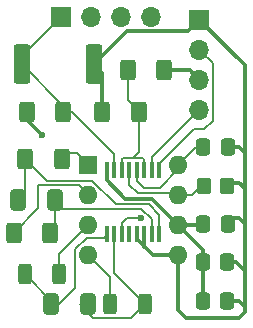
<source format=gtl>
G04 #@! TF.GenerationSoftware,KiCad,Pcbnew,8.0.4*
G04 #@! TF.CreationDate,2024-07-24T14:50:23+09:00*
G04 #@! TF.ProjectId,VR-Conditioner-MAX9926+reg,56522d43-6f6e-4646-9974-696f6e65722d,3.7*
G04 #@! TF.SameCoordinates,PX68c4118PY713e7a8*
G04 #@! TF.FileFunction,Copper,L1,Top*
G04 #@! TF.FilePolarity,Positive*
%FSLAX46Y46*%
G04 Gerber Fmt 4.6, Leading zero omitted, Abs format (unit mm)*
G04 Created by KiCad (PCBNEW 8.0.4) date 2024-07-24 14:50:23*
%MOMM*%
%LPD*%
G01*
G04 APERTURE LIST*
G04 Aperture macros list*
%AMRoundRect*
0 Rectangle with rounded corners*
0 $1 Rounding radius*
0 $2 $3 $4 $5 $6 $7 $8 $9 X,Y pos of 4 corners*
0 Add a 4 corners polygon primitive as box body*
4,1,4,$2,$3,$4,$5,$6,$7,$8,$9,$2,$3,0*
0 Add four circle primitives for the rounded corners*
1,1,$1+$1,$2,$3*
1,1,$1+$1,$4,$5*
1,1,$1+$1,$6,$7*
1,1,$1+$1,$8,$9*
0 Add four rect primitives between the rounded corners*
20,1,$1+$1,$2,$3,$4,$5,0*
20,1,$1+$1,$4,$5,$6,$7,0*
20,1,$1+$1,$6,$7,$8,$9,0*
20,1,$1+$1,$8,$9,$2,$3,0*%
G04 Aperture macros list end*
G04 #@! TA.AperFunction,SMDPad,CuDef*
%ADD10RoundRect,0.250000X0.337500X0.475000X-0.337500X0.475000X-0.337500X-0.475000X0.337500X-0.475000X0*%
G04 #@! TD*
G04 #@! TA.AperFunction,SMDPad,CuDef*
%ADD11RoundRect,0.250000X-0.412500X-0.650000X0.412500X-0.650000X0.412500X0.650000X-0.412500X0.650000X0*%
G04 #@! TD*
G04 #@! TA.AperFunction,SMDPad,CuDef*
%ADD12RoundRect,0.250000X0.412500X0.650000X-0.412500X0.650000X-0.412500X-0.650000X0.412500X-0.650000X0*%
G04 #@! TD*
G04 #@! TA.AperFunction,SMDPad,CuDef*
%ADD13RoundRect,0.250000X-0.312500X-0.625000X0.312500X-0.625000X0.312500X0.625000X-0.312500X0.625000X0*%
G04 #@! TD*
G04 #@! TA.AperFunction,SMDPad,CuDef*
%ADD14RoundRect,0.250000X0.312500X0.625000X-0.312500X0.625000X-0.312500X-0.625000X0.312500X-0.625000X0*%
G04 #@! TD*
G04 #@! TA.AperFunction,SMDPad,CuDef*
%ADD15RoundRect,0.250000X0.400000X0.625000X-0.400000X0.625000X-0.400000X-0.625000X0.400000X-0.625000X0*%
G04 #@! TD*
G04 #@! TA.AperFunction,ComponentPad*
%ADD16R,1.600000X1.600000*%
G04 #@! TD*
G04 #@! TA.AperFunction,ComponentPad*
%ADD17O,1.600000X1.600000*%
G04 #@! TD*
G04 #@! TA.AperFunction,SMDPad,CuDef*
%ADD18RoundRect,0.250000X0.350000X0.450000X-0.350000X0.450000X-0.350000X-0.450000X0.350000X-0.450000X0*%
G04 #@! TD*
G04 #@! TA.AperFunction,SMDPad,CuDef*
%ADD19R,0.354800X1.454899*%
G04 #@! TD*
G04 #@! TA.AperFunction,SMDPad,CuDef*
%ADD20RoundRect,0.250000X-0.400000X-0.625000X0.400000X-0.625000X0.400000X0.625000X-0.400000X0.625000X0*%
G04 #@! TD*
G04 #@! TA.AperFunction,ComponentPad*
%ADD21R,1.700000X1.700000*%
G04 #@! TD*
G04 #@! TA.AperFunction,ComponentPad*
%ADD22O,1.700000X1.700000*%
G04 #@! TD*
G04 #@! TA.AperFunction,SMDPad,CuDef*
%ADD23RoundRect,0.249999X-0.450001X-1.425001X0.450001X-1.425001X0.450001X1.425001X-0.450001X1.425001X0*%
G04 #@! TD*
G04 #@! TA.AperFunction,ViaPad*
%ADD24C,0.600000*%
G04 #@! TD*
G04 #@! TA.AperFunction,Conductor*
%ADD25C,0.300000*%
G04 #@! TD*
G04 #@! TA.AperFunction,Conductor*
%ADD26C,0.200000*%
G04 #@! TD*
G04 APERTURE END LIST*
D10*
G04 #@! TO.P,C1,1*
G04 #@! TO.N,VCC*
X21000000Y5000000D03*
G04 #@! TO.P,C1,2*
G04 #@! TO.N,GND*
X18925000Y5000000D03*
G04 #@! TD*
G04 #@! TO.P,C2,1*
G04 #@! TO.N,VCC*
X21000000Y8250000D03*
G04 #@! TO.P,C2,2*
G04 #@! TO.N,GND*
X18925000Y8250000D03*
G04 #@! TD*
G04 #@! TO.P,C3,1*
G04 #@! TO.N,VCC*
X21040000Y11500000D03*
G04 #@! TO.P,C3,2*
G04 #@! TO.N,GND*
X18965000Y11500000D03*
G04 #@! TD*
D11*
G04 #@! TO.P,C10,1*
G04 #@! TO.N,Net-(U1-IN1+)*
X3250000Y13500000D03*
G04 #@! TO.P,C10,2*
G04 #@! TO.N,Net-(U1-IN1-)*
X6375000Y13500000D03*
G04 #@! TD*
D12*
G04 #@! TO.P,C20,1*
G04 #@! TO.N,Net-(U1-IN2-)*
X9175000Y4750000D03*
G04 #@! TO.P,C20,2*
G04 #@! TO.N,Net-(U1-IN2+)*
X6050000Y4750000D03*
G04 #@! TD*
D13*
G04 #@! TO.P,R3,1*
G04 #@! TO.N,Net-(U1-IN2+)*
X3825000Y7250000D03*
G04 #@! TO.P,R3,2*
G04 #@! TO.N,Net-(J1-Pin_3)*
X6750000Y7250000D03*
G04 #@! TD*
D14*
G04 #@! TO.P,R2,1*
G04 #@! TO.N,Net-(U1-IN2-)*
X14000000Y4750000D03*
G04 #@! TO.P,R2,2*
G04 #@! TO.N,Net-(J1-Pin_4)*
X11075000Y4750000D03*
G04 #@! TD*
D15*
G04 #@! TO.P,R1,1*
G04 #@! TO.N,Net-(U1-IN1-)*
X6000000Y10750000D03*
G04 #@! TO.P,R1,2*
G04 #@! TO.N,Net-(J1-Pin_2)*
X2900000Y10750000D03*
G04 #@! TD*
D16*
G04 #@! TO.P,J1,1,Pin_1*
G04 #@! TO.N,Net-(J1-Pin_1)*
X9207500Y16510000D03*
D17*
G04 #@! TO.P,J1,2,Pin_2*
G04 #@! TO.N,Net-(J1-Pin_2)*
X9207500Y13970000D03*
G04 #@! TO.P,J1,3,Pin_3*
G04 #@! TO.N,Net-(J1-Pin_3)*
X9207500Y11430000D03*
G04 #@! TO.P,J1,4,Pin_4*
G04 #@! TO.N,Net-(J1-Pin_4)*
X9207500Y8890000D03*
G04 #@! TO.P,J1,5,Pin_5*
G04 #@! TO.N,VCC*
X16827500Y8890000D03*
G04 #@! TO.P,J1,6,Pin_6*
G04 #@! TO.N,GND*
X16827500Y11430000D03*
G04 #@! TO.P,J1,7,Pin_7*
G04 #@! TO.N,/COUT2*
X16827500Y13970000D03*
G04 #@! TO.P,J1,8,Pin_8*
G04 #@! TO.N,/COUT1*
X16827500Y16510000D03*
G04 #@! TD*
D10*
G04 #@! TO.P,R10,1*
G04 #@! TO.N,VCC*
X21040000Y18000000D03*
G04 #@! TO.P,R10,2*
G04 #@! TO.N,/COUT1*
X18965000Y18000000D03*
G04 #@! TD*
D18*
G04 #@! TO.P,R20,1*
G04 #@! TO.N,VCC*
X21000000Y14750000D03*
G04 #@! TO.P,R20,2*
G04 #@! TO.N,/COUT2*
X19000000Y14750000D03*
G04 #@! TD*
D19*
G04 #@! TO.P,U1,1,INT_THRS1*
G04 #@! TO.N,Net-(J2-Pin_2)*
X15240000Y16056348D03*
G04 #@! TO.P,U1,2,EXT1*
G04 #@! TO.N,Net-(J2-Pin_4)*
X14605000Y16056348D03*
G04 #@! TO.P,U1,3,BIAS1*
G04 #@! TO.N,Net-(U1-BIAS1)*
X13970000Y16056348D03*
G04 #@! TO.P,U1,4,COUT1*
G04 #@! TO.N,/COUT1*
X13335000Y16056348D03*
G04 #@! TO.P,U1,5,COUT2*
G04 #@! TO.N,/COUT2*
X12700000Y16056348D03*
G04 #@! TO.P,U1,6,BIAS2*
G04 #@! TO.N,Net-(U1-BIAS1)*
X12065000Y16056348D03*
G04 #@! TO.P,U1,7,EXT2*
G04 #@! TO.N,Net-(J3-Pin_1)*
X11430000Y16056348D03*
G04 #@! TO.P,U1,8,INT_THRS2*
G04 #@! TO.N,GND*
X10795000Y16056348D03*
G04 #@! TO.P,U1,9,IN2+*
G04 #@! TO.N,Net-(U1-IN2+)*
X10795000Y10613652D03*
G04 #@! TO.P,U1,10,IN2-*
G04 #@! TO.N,Net-(U1-IN2-)*
X11430000Y10613652D03*
G04 #@! TO.P,U1,11,GND*
G04 #@! TO.N,GND*
X12065000Y10613652D03*
G04 #@! TO.P,U1,12,DIRN*
G04 #@! TO.N,unconnected-(U1-DIRN-Pad12)*
X12700000Y10613652D03*
G04 #@! TO.P,U1,13,ZERO_EN*
G04 #@! TO.N,VCC*
X13335000Y10613652D03*
G04 #@! TO.P,U1,14,VCC*
X13970000Y10613652D03*
G04 #@! TO.P,U1,15,IN1-*
G04 #@! TO.N,Net-(U1-IN1-)*
X14605000Y10613652D03*
G04 #@! TO.P,U1,16,IN1+*
G04 #@! TO.N,Net-(U1-IN1+)*
X15240000Y10613652D03*
G04 #@! TD*
D20*
G04 #@! TO.P,R12,1*
G04 #@! TO.N,Net-(U1-IN1+)*
X3847500Y17000000D03*
G04 #@! TO.P,R12,2*
G04 #@! TO.N,Net-(J1-Pin_1)*
X6947500Y17000000D03*
G04 #@! TD*
D21*
G04 #@! TO.P,J3,1,Pin_1*
G04 #@! TO.N,Net-(J3-Pin_1)*
X6880000Y29000000D03*
D22*
G04 #@! TO.P,J3,2,Pin_2*
G04 #@! TO.N,unconnected-(J3-Pin_2-Pad2)*
X9420000Y29000000D03*
G04 #@! TO.P,J3,3,Pin_3*
G04 #@! TO.N,unconnected-(J3-Pin_3-Pad3)*
X11960000Y29000000D03*
G04 #@! TO.P,J3,4,Pin_4*
G04 #@! TO.N,unconnected-(J3-Pin_4-Pad4)*
X14500000Y29000000D03*
G04 #@! TD*
D15*
G04 #@! TO.P,R5,1*
G04 #@! TO.N,GND*
X15637500Y24500000D03*
G04 #@! TO.P,R5,2*
G04 #@! TO.N,Net-(U1-BIAS1)*
X12537500Y24500000D03*
G04 #@! TD*
D23*
G04 #@! TO.P,R6,1*
G04 #@! TO.N,Net-(J3-Pin_1)*
X3575000Y25000000D03*
G04 #@! TO.P,R6,2*
G04 #@! TO.N,VCC*
X9675000Y25000000D03*
G04 #@! TD*
D15*
G04 #@! TO.P,R4,1*
G04 #@! TO.N,Net-(U1-BIAS1)*
X13500000Y21000000D03*
G04 #@! TO.P,R4,2*
G04 #@! TO.N,VCC*
X10400000Y21000000D03*
G04 #@! TD*
D21*
G04 #@! TO.P,J2,1,Pin_1*
G04 #@! TO.N,VCC*
X18625000Y28800000D03*
D22*
G04 #@! TO.P,J2,2,Pin_2*
G04 #@! TO.N,Net-(J2-Pin_2)*
X18625000Y26260000D03*
G04 #@! TO.P,J2,3,Pin_3*
G04 #@! TO.N,GND*
X18625000Y23720000D03*
G04 #@! TO.P,J2,4,Pin_4*
G04 #@! TO.N,Net-(J2-Pin_4)*
X18625000Y21180000D03*
G04 #@! TD*
D20*
G04 #@! TO.P,R7,1*
G04 #@! TO.N,GND*
X4000000Y21000000D03*
G04 #@! TO.P,R7,2*
G04 #@! TO.N,Net-(J3-Pin_1)*
X7100000Y21000000D03*
G04 #@! TD*
D24*
G04 #@! TO.N,GND*
X13652500Y11972990D03*
X5325000Y19000000D03*
G04 #@! TD*
D25*
G04 #@! TO.N,GND*
X16827500Y11430000D02*
X18965000Y9292500D01*
D26*
X12496889Y11972990D02*
X13652500Y11972990D01*
D25*
X4000000Y21000000D02*
X4000000Y20325000D01*
D26*
X12065000Y10613652D02*
X12065000Y11541101D01*
D25*
X18925000Y9332500D02*
X18925000Y5000000D01*
X4000000Y20325000D02*
X5325000Y19000000D01*
D26*
X12065000Y11541101D02*
X12496889Y11972990D01*
D25*
X17845000Y24500000D02*
X18625000Y23720000D01*
X15637500Y24500000D02*
X17845000Y24500000D01*
X10795000Y16056348D02*
X10795000Y15205000D01*
D26*
X12065000Y10613652D02*
X12065000Y10565000D01*
D25*
X16827500Y11430000D02*
X18925000Y9332500D01*
X12362989Y13637011D02*
X14620489Y13637011D01*
X10795000Y15205000D02*
X12362989Y13637011D01*
D26*
X12065000Y10565000D02*
X12000000Y10500000D01*
D25*
X18395000Y11430000D02*
X18965000Y12000000D01*
X16827500Y11430000D02*
X18395000Y11430000D01*
X13652500Y11972990D02*
X13527010Y11972990D01*
X14620489Y13637011D02*
X16827500Y11430000D01*
X13527010Y11972990D02*
X13500000Y12000000D01*
X18965000Y9292500D02*
X18965000Y8500000D01*
G04 #@! TO.N,VCC*
X15257500Y8890000D02*
X16827500Y8890000D01*
X16321498Y8890000D02*
X16827500Y8890000D01*
X21750000Y8250000D02*
X22500000Y7500000D01*
X13970000Y9586204D02*
X14028102Y9528102D01*
X9675000Y25000000D02*
X12475000Y27800000D01*
X22000000Y3500000D02*
X22500000Y4000000D01*
X22500000Y12000000D02*
X22500000Y11500000D01*
X21002500Y14680000D02*
X21002500Y15000000D01*
X22000000Y15000000D02*
X22500000Y14500000D01*
X22000000Y5000000D02*
X22500000Y4500000D01*
X10400000Y21000000D02*
X10400000Y24275000D01*
X22000000Y12000000D02*
X22500000Y11500000D01*
X14666203Y8890000D02*
X16827500Y8890000D01*
X22500000Y4000000D02*
X22500000Y4500000D01*
X22500000Y4500000D02*
X22500000Y7500000D01*
X21002500Y15000000D02*
X22000000Y15000000D01*
X22500000Y16000000D02*
X22500000Y14500000D01*
X18625000Y28800000D02*
X18800000Y28800000D01*
X16827500Y8890000D02*
X16827500Y4172500D01*
D26*
X16827500Y8672500D02*
X17000000Y8500000D01*
D25*
X22500000Y7500000D02*
X22500000Y11500000D01*
X22500000Y17500000D02*
X22500000Y16000000D01*
X21000000Y5000000D02*
X22000000Y5000000D01*
X17500000Y3500000D02*
X22000000Y3500000D01*
X16827500Y4172500D02*
X17500000Y3500000D01*
X17625000Y27800000D02*
X18625000Y28800000D01*
X12475000Y27800000D02*
X17625000Y27800000D01*
D26*
X21040000Y4677500D02*
X21040000Y4500000D01*
D25*
X14028102Y9528102D02*
X14666203Y8890000D01*
X22500000Y24925000D02*
X22500000Y16000000D01*
X18800000Y28800000D02*
X19000000Y29000000D01*
X13335000Y10613652D02*
X13335000Y10221203D01*
X21000000Y8250000D02*
X21750000Y8250000D01*
X21040000Y14642500D02*
X21002500Y14680000D01*
X21040000Y12000000D02*
X22000000Y12000000D01*
X13335000Y10221203D02*
X14028102Y9528102D01*
X18625000Y28800000D02*
X22500000Y24925000D01*
X21040000Y18000000D02*
X22000000Y18000000D01*
X22500000Y14500000D02*
X22500000Y12000000D01*
X10400000Y24275000D02*
X9675000Y25000000D01*
X22000000Y18000000D02*
X22500000Y17500000D01*
X13970000Y10613652D02*
X13970000Y9586204D01*
D26*
X16827500Y8890000D02*
X16827500Y8672500D01*
G04 #@! TO.N,Net-(J2-Pin_2)*
X18133603Y19500000D02*
X19032909Y19500000D01*
X19032909Y19500000D02*
X19775000Y20242091D01*
X19775000Y20242091D02*
X19775000Y25110000D01*
X15240000Y16056348D02*
X15240000Y16606397D01*
X15240000Y16606397D02*
X18133603Y19500000D01*
X19775000Y25110000D02*
X18625000Y26260000D01*
G04 #@! TO.N,Net-(J1-Pin_2)*
X8407501Y14769999D02*
X4982499Y14769999D01*
X9207500Y13970000D02*
X8407501Y14769999D01*
X4982499Y12832499D02*
X2900000Y10750000D01*
X4982499Y14769999D02*
X4982499Y12832499D01*
G04 #@! TO.N,Net-(J1-Pin_1)*
X6947500Y17500000D02*
X8217500Y17500000D01*
X8953500Y16256000D02*
X9207500Y16510000D01*
X8217500Y17500000D02*
X9207500Y16510000D01*
G04 #@! TO.N,Net-(J1-Pin_4)*
X11075000Y4750000D02*
X11075000Y7022500D01*
X11430000Y4930000D02*
X11250000Y4750000D01*
X11075000Y7022500D02*
X9207500Y8890000D01*
G04 #@! TO.N,Net-(J1-Pin_3)*
X6750000Y7250000D02*
X6750000Y8972500D01*
X6750000Y8972500D02*
X9207500Y11430000D01*
X8680000Y11430000D02*
X9207500Y11430000D01*
G04 #@! TO.N,Net-(U1-IN1-)*
X7087989Y12787011D02*
X6375000Y13500000D01*
X13712989Y12787011D02*
X7087989Y12787011D01*
X14605000Y11895000D02*
X13712989Y12787011D01*
X6375000Y11125000D02*
X6000000Y10750000D01*
X5850000Y10250000D02*
X5850000Y10612500D01*
X6375000Y13500000D02*
X6375000Y11125000D01*
X14605000Y10613652D02*
X14605000Y11895000D01*
G04 #@! TO.N,Net-(U1-IN2-)*
X12825000Y3575000D02*
X14000000Y4750000D01*
X11430000Y7320000D02*
X11430000Y10613652D01*
X9650000Y3575000D02*
X12825000Y3575000D01*
X8475000Y4750000D02*
X9650000Y3575000D01*
X14000000Y4750000D02*
X11430000Y7320000D01*
G04 #@! TO.N,Net-(U1-IN2+)*
X10511348Y10330000D02*
X10795000Y10613652D01*
X8107500Y6107500D02*
X8107500Y9357500D01*
X6750000Y4750000D02*
X6325000Y4750000D01*
X8107500Y9357500D02*
X9080000Y10330000D01*
X6750000Y4750000D02*
X8107500Y6107500D01*
X6325000Y4750000D02*
X3825000Y7250000D01*
X9080000Y10330000D02*
X10511348Y10330000D01*
G04 #@! TO.N,Net-(U1-IN1+)*
X14312989Y13187011D02*
X15240000Y12260000D01*
X4408000Y16939500D02*
X3847500Y17500000D01*
X5677501Y15169999D02*
X9563136Y15169999D01*
X11546124Y13187011D02*
X14312989Y13187011D01*
X9563136Y15169999D02*
X11546124Y13187011D01*
X15240000Y12260000D02*
X15240000Y10613652D01*
X3847500Y17000000D02*
X5677501Y15169999D01*
X3847500Y17000000D02*
X3847500Y14097500D01*
X3847500Y14097500D02*
X3250000Y13500000D01*
G04 #@! TO.N,/COUT1*
X13335000Y16056348D02*
X13335000Y15128899D01*
X16827500Y16107586D02*
X16827500Y16510000D01*
X13335000Y15128899D02*
X13935012Y14528887D01*
X15248802Y14528888D02*
X16827500Y16107586D01*
X13935012Y14528887D02*
X15248802Y14528888D01*
X18317500Y18000000D02*
X18965000Y18000000D01*
X16827500Y16510000D02*
X18317500Y18000000D01*
G04 #@! TO.N,/COUT2*
X12700000Y14800000D02*
X13412967Y14087033D01*
X12700000Y16056348D02*
X12700000Y14800000D01*
X16827500Y13970000D02*
X17972500Y13970000D01*
X16710467Y14087033D02*
X16827500Y13970000D01*
X17972500Y13970000D02*
X19002500Y15000000D01*
X13412967Y14087033D02*
X16710467Y14087033D01*
G04 #@! TO.N,Net-(U1-BIAS1)*
X13970000Y16056348D02*
X13970000Y16926197D01*
X13500000Y17583797D02*
X13000000Y17083797D01*
X12065000Y16983797D02*
X12065000Y16056348D01*
X12537500Y21962500D02*
X13500000Y21000000D01*
X13000000Y17083797D02*
X12165000Y17083797D01*
X13812400Y17083797D02*
X13000000Y17083797D01*
X12537500Y24500000D02*
X12537500Y21962500D01*
X12165000Y17083797D02*
X12065000Y16983797D01*
X13970000Y16926197D02*
X13812400Y17083797D01*
X13500000Y21000000D02*
X13500000Y17583797D01*
G04 #@! TO.N,Net-(J3-Pin_1)*
X7814482Y21000000D02*
X11430000Y17384482D01*
X7100000Y21000000D02*
X7100000Y21475000D01*
X7500000Y20913797D02*
X7500000Y21000000D01*
X7100000Y21000000D02*
X7814482Y21000000D01*
X7500000Y21000000D02*
X7000000Y21500000D01*
X7100000Y21475000D02*
X3575000Y25000000D01*
X11430000Y17384482D02*
X11430000Y16056348D01*
X3575000Y25695000D02*
X6880000Y29000000D01*
X3575000Y25000000D02*
X3575000Y25695000D01*
X7000000Y21500000D02*
X7000000Y21712500D01*
G04 #@! TO.N,Net-(J2-Pin_4)*
X14605000Y17160000D02*
X18625000Y21180000D01*
X14605000Y16056348D02*
X14605000Y17160000D01*
G04 #@! TD*
M02*

</source>
